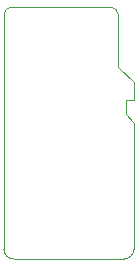
<source format=gbr>
%TF.GenerationSoftware,KiCad,Pcbnew,6.0.9*%
%TF.CreationDate,2023-01-08T13:44:59+01:00*%
%TF.ProjectId,usd-mock-bob,7573642d-6d6f-4636-9b2d-626f622e6b69,0.1.0*%
%TF.SameCoordinates,Original*%
%TF.FileFunction,Profile,NP*%
%FSLAX46Y46*%
G04 Gerber Fmt 4.6, Leading zero omitted, Abs format (unit mm)*
G04 Created by KiCad (PCBNEW 6.0.9) date 2023-01-08 13:44:59*
%MOMM*%
%LPD*%
G01*
G04 APERTURE LIST*
%TA.AperFunction,Profile*%
%ADD10C,0.100000*%
%TD*%
%TA.AperFunction,Profile*%
%ADD11C,0.050000*%
%TD*%
G04 APERTURE END LIST*
D10*
X136000000Y-102349995D02*
X145300011Y-102349995D01*
X145300011Y-102349994D02*
G75*
G03*
X146150005Y-101500000I0J849994D01*
G01*
X146150005Y-96000000D02*
X146150005Y-101500000D01*
X135150005Y-101500000D02*
G75*
G03*
X136000000Y-102349995I849995J0D01*
G01*
X135150005Y-96000000D02*
X135150005Y-101500000D01*
%TO.C,J2*%
X145450005Y-88900000D02*
X145450005Y-90100000D01*
X146150007Y-88900000D02*
X145450005Y-88900000D01*
X144850007Y-81700002D02*
X144850007Y-86100000D01*
X144850007Y-86100000D02*
X146150007Y-87400000D01*
X135850007Y-81000000D02*
X144150005Y-81000002D01*
X146150007Y-87400000D02*
X146150007Y-88900000D01*
D11*
X135850007Y-81000002D02*
X135850007Y-81000000D01*
D10*
X146150007Y-90800002D02*
X146150000Y-96000000D01*
X145450005Y-90100000D02*
X146150007Y-90800002D01*
X135150005Y-96000000D02*
X135150007Y-81700002D01*
D11*
X144850005Y-81700002D02*
X144850007Y-81700002D01*
D10*
X144849998Y-81700002D02*
G75*
G03*
X144150005Y-81000002I-699998J2D01*
G01*
X135850007Y-81000002D02*
G75*
G03*
X135150007Y-81700002I3J-700003D01*
G01*
%TD*%
M02*

</source>
